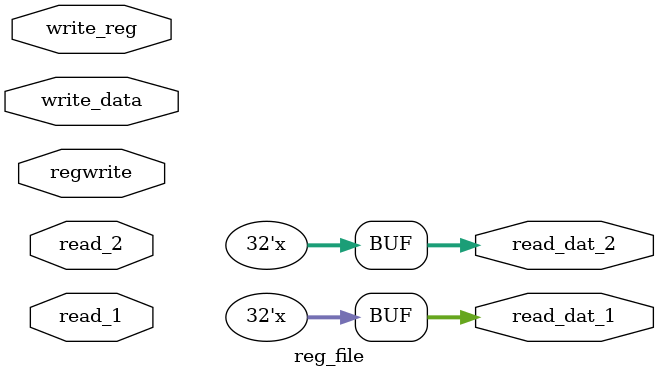
<source format=v>
`timescale 1ns / 1ps


module reg_file(
    input [4:0] read_1,
    input [4:0] read_2,
    input [4:0] write_reg, 
    input [31:0] write_data,
    output reg[31:0] read_dat_1,
    output reg [31:0] read_dat_2,
    input regwrite
    );
    reg [31:0] register [4:0];
    always @(*) begin
    if(~regwrite) begin
    case(read_1)
    5'd0: read_dat_1 <= register[0];
    5'd1:  read_dat_1 <= register[1];
    5'd2:  read_dat_1 <= register[2];
    5'd3:  read_dat_1 <= register[3];
    5'd4:  read_dat_1 <= register[4];
    endcase
    case(read_2) 
        5'd0:  read_dat_2 <= register[0];
        5'd1:  read_dat_2 <= register[1];
        5'd2:  read_dat_2 <= register[2];
        5'd3:  read_dat_2 <= register[3];
        5'd4:  read_dat_2 <= register[4];
    endcase
    end
    else begin
    case(write_reg) 
     5'd0: register[0] <= write_data;
     5'd1: register[1]<= write_data;
     5'd2:  register[2]<= write_data;
     5'd3:  register[3]<= write_data;
     5'd4:  register[4]<= write_data;
    endcase
    end
    end
        
endmodule

</source>
